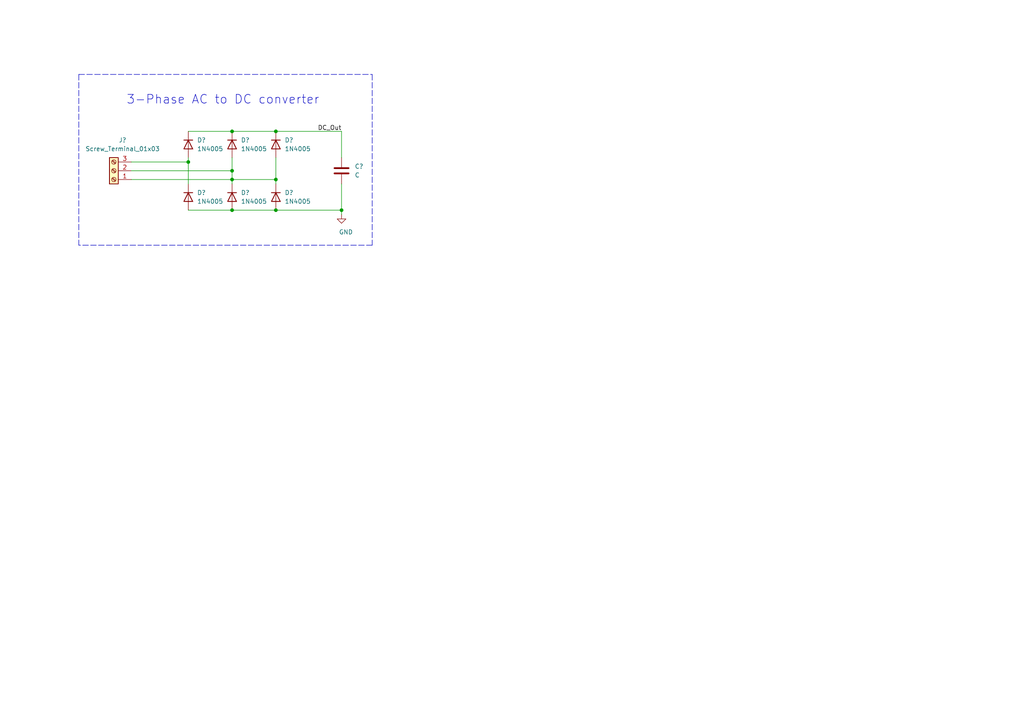
<source format=kicad_sch>
(kicad_sch (version 20210126) (generator eeschema)
  (paper "A4")
  (lib_symbols
    (symbol "Connector:Screw_Terminal_01x03" (pin_names (offset 1.016) hide)
      (property "Reference" "J" (at 0 5.08 0))
      (property "Value" "Screw_Terminal_01x03" (at 0 -5.08 0))
      (symbol "Screw_Terminal_01x03_1_1"
        (circle (center 0 -2.54) (radius 0.635) (stroke (width 0.1524)))
        (circle (center 0 0) (radius 0.635) (stroke (width 0.1524)))
        (circle (center 0 2.54) (radius 0.635) (stroke (width 0.1524)))
        (rectangle (start -1.27 3.81) (end 1.27 -3.81) (stroke (width 0.254)) (fill (type background)))
        (polyline (pts (xy -0.5334 -2.2098) (xy 0.3302 -3.048)) (stroke (width 0.1524)))
        (polyline (pts (xy -0.5334 0.3302) (xy 0.3302 -0.508)) (stroke (width 0.1524)))
        (polyline (pts (xy -0.5334 2.8702) (xy 0.3302 2.032)) (stroke (width 0.1524)))
        (polyline (pts (xy -0.3556 -2.032) (xy 0.508 -2.8702)) (stroke (width 0.1524)))
        (polyline (pts (xy -0.3556 0.508) (xy 0.508 -0.3302)) (stroke (width 0.1524)))
        (polyline (pts (xy -0.3556 3.048) (xy 0.508 2.2098)) (stroke (width 0.1524)))
        (pin passive line (at -5.08 2.54 0) (length 3.81) (name "Pin_1") (number "1"))
        (pin passive line (at -5.08 0 0) (length 3.81) (name "Pin_2") (number "2"))
        (pin passive line (at -5.08 -2.54 0) (length 3.81) (name "Pin_3") (number "3"))
      )
    )
    (symbol "Device:C" (pin_numbers hide) (pin_names (offset 0.254))
      (property "Reference" "C" (at 0.635 2.54 0))
      (property "Value" "C" (at 0.635 -2.54 0))
      (symbol "C_0_1"
        (polyline (pts (xy -2.032 -0.762) (xy 2.032 -0.762)) (stroke (width 0.508)))
        (polyline (pts (xy -2.032 0.762) (xy 2.032 0.762)) (stroke (width 0.508)))
      )
      (symbol "C_1_1"
        (pin passive line (at 0 3.81 270) (length 2.794) (name "~") (number "1"))
        (pin passive line (at 0 -3.81 90) (length 2.794) (name "~") (number "2"))
      )
    )
    (symbol "Diode:1N4005" (pin_numbers hide) (pin_names (offset 1.016) hide)
      (property "Reference" "D" (at 0 2.54 0))
      (property "Value" "1N4005" (at 0 -2.54 0))
      (symbol "1N4005_0_1"
        (polyline (pts (xy -1.27 1.27) (xy -1.27 -1.27)) (stroke (width 0.254)))
        (polyline (pts (xy 1.27 0) (xy -1.27 0)))
        (polyline (pts (xy 1.27 1.27) (xy 1.27 -1.27) (xy -1.27 0) (xy 1.27 1.27)) (stroke (width 0.254)))
      )
      (symbol "1N4005_1_1"
        (pin passive line (at -3.81 0 0) (length 2.54) (name "K") (number "1"))
        (pin passive line (at 3.81 0 180) (length 2.54) (name "A") (number "2"))
      )
    )
    (symbol "power:GND" (power) (pin_names (offset 0))
      (property "Value" "GND" (at 0 -3.81 0))
      (symbol "GND_0_1"
        (polyline (pts (xy 0 0) (xy 0 -1.27) (xy 1.27 -1.27) (xy 0 -2.54) (xy -1.27 -1.27) (xy 0 -1.27)))
      )
      (symbol "GND_1_1"
        (pin power_in line (at 0 0 270) (length 0) hide (name "GND") (number "1"))
      )
    )
  )
  (junction (at 54.61 46.99) (diameter 0.9144))
  (junction (at 67.31 38.1) (diameter 0.9144))
  (junction (at 67.31 49.53) (diameter 0.9144))
  (junction (at 67.31 52.07) (diameter 0.9144))
  (junction (at 67.31 60.96) (diameter 0.9144))
  (junction (at 80.01 38.1) (diameter 0.9144))
  (junction (at 80.01 52.07) (diameter 0.9144))
  (junction (at 80.01 60.96) (diameter 0.9144))
  (junction (at 99.06 60.96) (diameter 0.9144))
  (wire (pts (xy 38.1 46.99) (xy 54.61 46.99)))
  (wire (pts (xy 38.1 49.53) (xy 67.31 49.53)))
  (wire (pts (xy 38.1 52.07) (xy 67.31 52.07)))
  (wire (pts (xy 54.61 38.1) (xy 67.31 38.1)))
  (wire (pts (xy 54.61 46.99) (xy 54.61 45.72)))
  (wire (pts (xy 54.61 46.99) (xy 54.61 53.34)))
  (wire (pts (xy 54.61 60.96) (xy 67.31 60.96)))
  (wire (pts (xy 67.31 38.1) (xy 80.01 38.1)))
  (wire (pts (xy 67.31 45.72) (xy 67.31 49.53)))
  (wire (pts (xy 67.31 49.53) (xy 67.31 52.07)))
  (wire (pts (xy 67.31 52.07) (xy 67.31 53.34)))
  (wire (pts (xy 67.31 52.07) (xy 80.01 52.07)))
  (wire (pts (xy 67.31 60.96) (xy 80.01 60.96)))
  (wire (pts (xy 80.01 38.1) (xy 99.06 38.1)))
  (wire (pts (xy 80.01 45.72) (xy 80.01 52.07)))
  (wire (pts (xy 80.01 52.07) (xy 80.01 53.34)))
  (wire (pts (xy 80.01 60.96) (xy 99.06 60.96)))
  (wire (pts (xy 99.06 38.1) (xy 99.06 45.72)))
  (wire (pts (xy 99.06 53.34) (xy 99.06 60.96)))
  (wire (pts (xy 99.06 60.96) (xy 99.06 62.23)))
  (polyline (pts (xy 22.86 21.59) (xy 22.86 71.12)) (stroke (width 0) (type dash)))
  (polyline (pts (xy 22.86 21.59) (xy 107.95 21.59)) (stroke (width 0) (type dash)))
  (polyline (pts (xy 107.95 21.59) (xy 107.95 71.12)) (stroke (width 0) (type dash)))
  (polyline (pts (xy 107.95 71.12) (xy 22.86 71.12)) (stroke (width 0) (type dash)))
  (text "3-Phase AC to DC converter" (at 92.71 30.48 180) (effects (font (size 2.54 2.54)) (justify right bottom)))
  (label "DC_Out" (at 99.06 38.1 180))
  (symbol (lib_id "power:GND") (at 99.06 62.23 0) (unit 1)
    (property "Reference" "#PWR?" (effects hide))
    (property "Value" "GND" (at 100.33 67.31 0))
  )
  (symbol (lib_id "Diode:1N4005") (at 54.61 41.91 270) (unit 1)
    (property "Reference" "D?" (at 57.15 40.64 90) (effects (justify left)))
    (property "Value" "1N4005" (at 57.15 43.18 90) (effects (justify left)))
    (property "Footprint" "Diode_THT:D_DO-41_SOD81_P10.16mm_Horizontal" (effects hide))
    (property "Datasheet" "http://www.vishay.com/docs/88503/1n4001.pdf" (effects hide))
  )
  (symbol (lib_id "Diode:1N4005") (at 54.61 57.15 270) (unit 1)
    (property "Reference" "D?" (at 57.15 55.88 90) (effects (justify left)))
    (property "Value" "1N4005" (at 57.15 58.42 90) (effects (justify left)))
    (property "Footprint" "Diode_THT:D_DO-41_SOD81_P10.16mm_Horizontal" (effects hide))
    (property "Datasheet" "http://www.vishay.com/docs/88503/1n4001.pdf" (effects hide))
  )
  (symbol (lib_id "Diode:1N4005") (at 67.31 41.91 270) (unit 1)
    (property "Reference" "D?" (at 69.85 40.64 90) (effects (justify left)))
    (property "Value" "1N4005" (at 69.85 43.18 90) (effects (justify left)))
    (property "Footprint" "Diode_THT:D_DO-41_SOD81_P10.16mm_Horizontal" (effects hide))
    (property "Datasheet" "http://www.vishay.com/docs/88503/1n4001.pdf" (effects hide))
  )
  (symbol (lib_id "Diode:1N4005") (at 67.31 57.15 270) (unit 1)
    (property "Reference" "D?" (at 69.85 55.88 90) (effects (justify left)))
    (property "Value" "1N4005" (at 69.85 58.42 90) (effects (justify left)))
    (property "Footprint" "Diode_THT:D_DO-41_SOD81_P10.16mm_Horizontal" (effects hide))
    (property "Datasheet" "http://www.vishay.com/docs/88503/1n4001.pdf" (effects hide))
  )
  (symbol (lib_id "Diode:1N4005") (at 80.01 41.91 270) (unit 1)
    (property "Reference" "D?" (at 82.55 40.64 90) (effects (justify left)))
    (property "Value" "1N4005" (at 82.55 43.18 90) (effects (justify left)))
    (property "Footprint" "Diode_THT:D_DO-41_SOD81_P10.16mm_Horizontal" (effects hide))
    (property "Datasheet" "http://www.vishay.com/docs/88503/1n4001.pdf" (effects hide))
  )
  (symbol (lib_id "Diode:1N4005") (at 80.01 57.15 270) (unit 1)
    (property "Reference" "D?" (at 82.55 55.88 90) (effects (justify left)))
    (property "Value" "1N4005" (at 82.55 58.42 90) (effects (justify left)))
    (property "Footprint" "Diode_THT:D_DO-41_SOD81_P10.16mm_Horizontal" (effects hide))
    (property "Datasheet" "http://www.vishay.com/docs/88503/1n4001.pdf" (effects hide))
  )
  (symbol (lib_id "Device:C") (at 99.06 49.53 0) (unit 1)
    (property "Reference" "C?" (at 102.87 48.26 0) (effects (justify left)))
    (property "Value" "C" (at 102.87 50.8 0) (effects (justify left)))
  )
  (symbol (lib_id "Connector:Screw_Terminal_01x03") (at 33.02 49.53 180) (unit 1)
    (property "Reference" "J?" (at 35.56 40.64 0))
    (property "Value" "Screw_Terminal_01x03" (at 35.56 43.18 0))
  )
)
</source>
